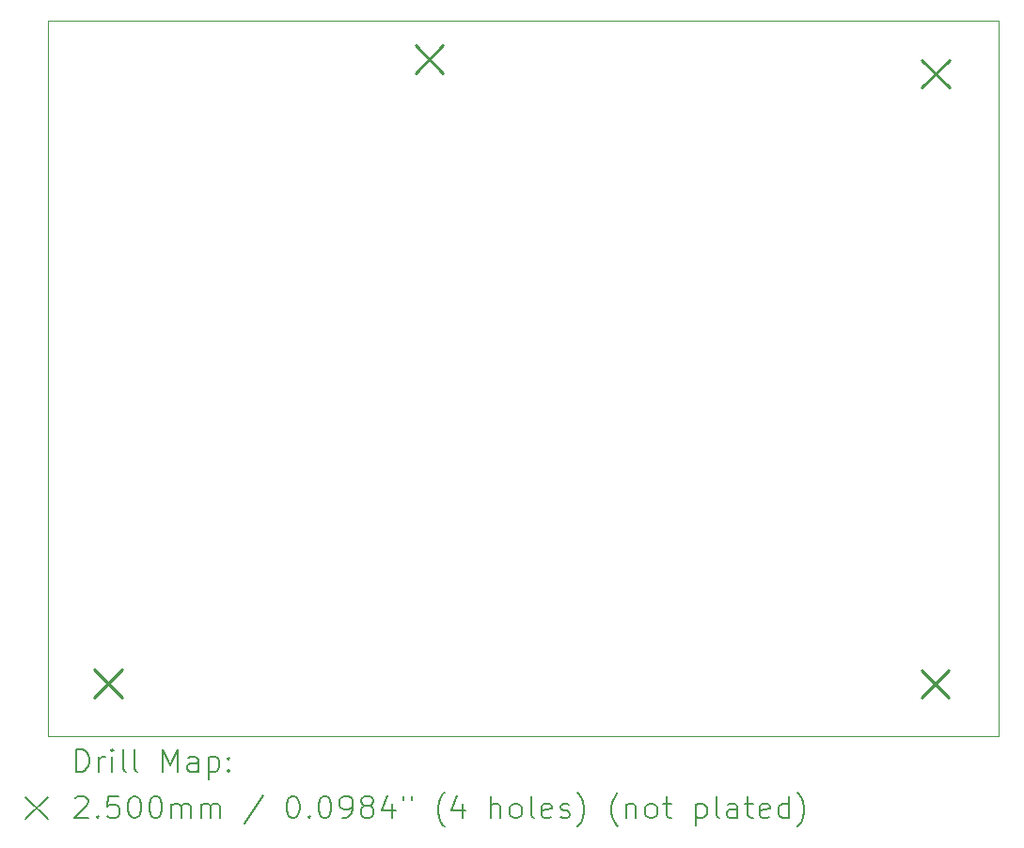
<source format=gbr>
%FSLAX45Y45*%
G04 Gerber Fmt 4.5, Leading zero omitted, Abs format (unit mm)*
G04 Created by KiCad (PCBNEW (6.0.1)) date 2022-04-24 16:27:48*
%MOMM*%
%LPD*%
G01*
G04 APERTURE LIST*
%TA.AperFunction,Profile*%
%ADD10C,0.100000*%
%TD*%
%ADD11C,0.200000*%
%ADD12C,0.250000*%
G04 APERTURE END LIST*
D10*
X9650000Y-6700000D02*
X18210000Y-6700000D01*
X18210000Y-6700000D02*
X18210000Y-13150000D01*
X18210000Y-13150000D02*
X9650000Y-13150000D01*
X9650000Y-13150000D02*
X9650000Y-6700000D01*
D11*
D12*
X10065000Y-12545000D02*
X10315000Y-12795000D01*
X10315000Y-12545000D02*
X10065000Y-12795000D01*
X12955000Y-6925000D02*
X13205000Y-7175000D01*
X13205000Y-6925000D02*
X12955000Y-7175000D01*
X17510000Y-12550000D02*
X17760000Y-12800000D01*
X17760000Y-12550000D02*
X17510000Y-12800000D01*
X17515000Y-7055000D02*
X17765000Y-7305000D01*
X17765000Y-7055000D02*
X17515000Y-7305000D01*
D11*
X9902619Y-13465476D02*
X9902619Y-13265476D01*
X9950238Y-13265476D01*
X9978810Y-13275000D01*
X9997857Y-13294048D01*
X10007381Y-13313095D01*
X10016905Y-13351190D01*
X10016905Y-13379762D01*
X10007381Y-13417857D01*
X9997857Y-13436905D01*
X9978810Y-13455952D01*
X9950238Y-13465476D01*
X9902619Y-13465476D01*
X10102619Y-13465476D02*
X10102619Y-13332143D01*
X10102619Y-13370238D02*
X10112143Y-13351190D01*
X10121667Y-13341667D01*
X10140714Y-13332143D01*
X10159762Y-13332143D01*
X10226429Y-13465476D02*
X10226429Y-13332143D01*
X10226429Y-13265476D02*
X10216905Y-13275000D01*
X10226429Y-13284524D01*
X10235952Y-13275000D01*
X10226429Y-13265476D01*
X10226429Y-13284524D01*
X10350238Y-13465476D02*
X10331190Y-13455952D01*
X10321667Y-13436905D01*
X10321667Y-13265476D01*
X10455000Y-13465476D02*
X10435952Y-13455952D01*
X10426429Y-13436905D01*
X10426429Y-13265476D01*
X10683571Y-13465476D02*
X10683571Y-13265476D01*
X10750238Y-13408333D01*
X10816905Y-13265476D01*
X10816905Y-13465476D01*
X10997857Y-13465476D02*
X10997857Y-13360714D01*
X10988333Y-13341667D01*
X10969286Y-13332143D01*
X10931190Y-13332143D01*
X10912143Y-13341667D01*
X10997857Y-13455952D02*
X10978810Y-13465476D01*
X10931190Y-13465476D01*
X10912143Y-13455952D01*
X10902619Y-13436905D01*
X10902619Y-13417857D01*
X10912143Y-13398809D01*
X10931190Y-13389286D01*
X10978810Y-13389286D01*
X10997857Y-13379762D01*
X11093095Y-13332143D02*
X11093095Y-13532143D01*
X11093095Y-13341667D02*
X11112143Y-13332143D01*
X11150238Y-13332143D01*
X11169286Y-13341667D01*
X11178810Y-13351190D01*
X11188333Y-13370238D01*
X11188333Y-13427381D01*
X11178810Y-13446428D01*
X11169286Y-13455952D01*
X11150238Y-13465476D01*
X11112143Y-13465476D01*
X11093095Y-13455952D01*
X11274048Y-13446428D02*
X11283571Y-13455952D01*
X11274048Y-13465476D01*
X11264524Y-13455952D01*
X11274048Y-13446428D01*
X11274048Y-13465476D01*
X11274048Y-13341667D02*
X11283571Y-13351190D01*
X11274048Y-13360714D01*
X11264524Y-13351190D01*
X11274048Y-13341667D01*
X11274048Y-13360714D01*
X9445000Y-13695000D02*
X9645000Y-13895000D01*
X9645000Y-13695000D02*
X9445000Y-13895000D01*
X9893095Y-13704524D02*
X9902619Y-13695000D01*
X9921667Y-13685476D01*
X9969286Y-13685476D01*
X9988333Y-13695000D01*
X9997857Y-13704524D01*
X10007381Y-13723571D01*
X10007381Y-13742619D01*
X9997857Y-13771190D01*
X9883571Y-13885476D01*
X10007381Y-13885476D01*
X10093095Y-13866428D02*
X10102619Y-13875952D01*
X10093095Y-13885476D01*
X10083571Y-13875952D01*
X10093095Y-13866428D01*
X10093095Y-13885476D01*
X10283571Y-13685476D02*
X10188333Y-13685476D01*
X10178810Y-13780714D01*
X10188333Y-13771190D01*
X10207381Y-13761667D01*
X10255000Y-13761667D01*
X10274048Y-13771190D01*
X10283571Y-13780714D01*
X10293095Y-13799762D01*
X10293095Y-13847381D01*
X10283571Y-13866428D01*
X10274048Y-13875952D01*
X10255000Y-13885476D01*
X10207381Y-13885476D01*
X10188333Y-13875952D01*
X10178810Y-13866428D01*
X10416905Y-13685476D02*
X10435952Y-13685476D01*
X10455000Y-13695000D01*
X10464524Y-13704524D01*
X10474048Y-13723571D01*
X10483571Y-13761667D01*
X10483571Y-13809286D01*
X10474048Y-13847381D01*
X10464524Y-13866428D01*
X10455000Y-13875952D01*
X10435952Y-13885476D01*
X10416905Y-13885476D01*
X10397857Y-13875952D01*
X10388333Y-13866428D01*
X10378810Y-13847381D01*
X10369286Y-13809286D01*
X10369286Y-13761667D01*
X10378810Y-13723571D01*
X10388333Y-13704524D01*
X10397857Y-13695000D01*
X10416905Y-13685476D01*
X10607381Y-13685476D02*
X10626429Y-13685476D01*
X10645476Y-13695000D01*
X10655000Y-13704524D01*
X10664524Y-13723571D01*
X10674048Y-13761667D01*
X10674048Y-13809286D01*
X10664524Y-13847381D01*
X10655000Y-13866428D01*
X10645476Y-13875952D01*
X10626429Y-13885476D01*
X10607381Y-13885476D01*
X10588333Y-13875952D01*
X10578810Y-13866428D01*
X10569286Y-13847381D01*
X10559762Y-13809286D01*
X10559762Y-13761667D01*
X10569286Y-13723571D01*
X10578810Y-13704524D01*
X10588333Y-13695000D01*
X10607381Y-13685476D01*
X10759762Y-13885476D02*
X10759762Y-13752143D01*
X10759762Y-13771190D02*
X10769286Y-13761667D01*
X10788333Y-13752143D01*
X10816905Y-13752143D01*
X10835952Y-13761667D01*
X10845476Y-13780714D01*
X10845476Y-13885476D01*
X10845476Y-13780714D02*
X10855000Y-13761667D01*
X10874048Y-13752143D01*
X10902619Y-13752143D01*
X10921667Y-13761667D01*
X10931190Y-13780714D01*
X10931190Y-13885476D01*
X11026429Y-13885476D02*
X11026429Y-13752143D01*
X11026429Y-13771190D02*
X11035952Y-13761667D01*
X11055000Y-13752143D01*
X11083571Y-13752143D01*
X11102619Y-13761667D01*
X11112143Y-13780714D01*
X11112143Y-13885476D01*
X11112143Y-13780714D02*
X11121667Y-13761667D01*
X11140714Y-13752143D01*
X11169286Y-13752143D01*
X11188333Y-13761667D01*
X11197857Y-13780714D01*
X11197857Y-13885476D01*
X11588333Y-13675952D02*
X11416905Y-13933095D01*
X11845476Y-13685476D02*
X11864524Y-13685476D01*
X11883571Y-13695000D01*
X11893095Y-13704524D01*
X11902619Y-13723571D01*
X11912143Y-13761667D01*
X11912143Y-13809286D01*
X11902619Y-13847381D01*
X11893095Y-13866428D01*
X11883571Y-13875952D01*
X11864524Y-13885476D01*
X11845476Y-13885476D01*
X11826428Y-13875952D01*
X11816905Y-13866428D01*
X11807381Y-13847381D01*
X11797857Y-13809286D01*
X11797857Y-13761667D01*
X11807381Y-13723571D01*
X11816905Y-13704524D01*
X11826428Y-13695000D01*
X11845476Y-13685476D01*
X11997857Y-13866428D02*
X12007381Y-13875952D01*
X11997857Y-13885476D01*
X11988333Y-13875952D01*
X11997857Y-13866428D01*
X11997857Y-13885476D01*
X12131190Y-13685476D02*
X12150238Y-13685476D01*
X12169286Y-13695000D01*
X12178809Y-13704524D01*
X12188333Y-13723571D01*
X12197857Y-13761667D01*
X12197857Y-13809286D01*
X12188333Y-13847381D01*
X12178809Y-13866428D01*
X12169286Y-13875952D01*
X12150238Y-13885476D01*
X12131190Y-13885476D01*
X12112143Y-13875952D01*
X12102619Y-13866428D01*
X12093095Y-13847381D01*
X12083571Y-13809286D01*
X12083571Y-13761667D01*
X12093095Y-13723571D01*
X12102619Y-13704524D01*
X12112143Y-13695000D01*
X12131190Y-13685476D01*
X12293095Y-13885476D02*
X12331190Y-13885476D01*
X12350238Y-13875952D01*
X12359762Y-13866428D01*
X12378809Y-13837857D01*
X12388333Y-13799762D01*
X12388333Y-13723571D01*
X12378809Y-13704524D01*
X12369286Y-13695000D01*
X12350238Y-13685476D01*
X12312143Y-13685476D01*
X12293095Y-13695000D01*
X12283571Y-13704524D01*
X12274048Y-13723571D01*
X12274048Y-13771190D01*
X12283571Y-13790238D01*
X12293095Y-13799762D01*
X12312143Y-13809286D01*
X12350238Y-13809286D01*
X12369286Y-13799762D01*
X12378809Y-13790238D01*
X12388333Y-13771190D01*
X12502619Y-13771190D02*
X12483571Y-13761667D01*
X12474048Y-13752143D01*
X12464524Y-13733095D01*
X12464524Y-13723571D01*
X12474048Y-13704524D01*
X12483571Y-13695000D01*
X12502619Y-13685476D01*
X12540714Y-13685476D01*
X12559762Y-13695000D01*
X12569286Y-13704524D01*
X12578809Y-13723571D01*
X12578809Y-13733095D01*
X12569286Y-13752143D01*
X12559762Y-13761667D01*
X12540714Y-13771190D01*
X12502619Y-13771190D01*
X12483571Y-13780714D01*
X12474048Y-13790238D01*
X12464524Y-13809286D01*
X12464524Y-13847381D01*
X12474048Y-13866428D01*
X12483571Y-13875952D01*
X12502619Y-13885476D01*
X12540714Y-13885476D01*
X12559762Y-13875952D01*
X12569286Y-13866428D01*
X12578809Y-13847381D01*
X12578809Y-13809286D01*
X12569286Y-13790238D01*
X12559762Y-13780714D01*
X12540714Y-13771190D01*
X12750238Y-13752143D02*
X12750238Y-13885476D01*
X12702619Y-13675952D02*
X12655000Y-13818809D01*
X12778809Y-13818809D01*
X12845476Y-13685476D02*
X12845476Y-13723571D01*
X12921667Y-13685476D02*
X12921667Y-13723571D01*
X13216905Y-13961667D02*
X13207381Y-13952143D01*
X13188333Y-13923571D01*
X13178809Y-13904524D01*
X13169286Y-13875952D01*
X13159762Y-13828333D01*
X13159762Y-13790238D01*
X13169286Y-13742619D01*
X13178809Y-13714048D01*
X13188333Y-13695000D01*
X13207381Y-13666428D01*
X13216905Y-13656905D01*
X13378809Y-13752143D02*
X13378809Y-13885476D01*
X13331190Y-13675952D02*
X13283571Y-13818809D01*
X13407381Y-13818809D01*
X13635952Y-13885476D02*
X13635952Y-13685476D01*
X13721667Y-13885476D02*
X13721667Y-13780714D01*
X13712143Y-13761667D01*
X13693095Y-13752143D01*
X13664524Y-13752143D01*
X13645476Y-13761667D01*
X13635952Y-13771190D01*
X13845476Y-13885476D02*
X13826428Y-13875952D01*
X13816905Y-13866428D01*
X13807381Y-13847381D01*
X13807381Y-13790238D01*
X13816905Y-13771190D01*
X13826428Y-13761667D01*
X13845476Y-13752143D01*
X13874048Y-13752143D01*
X13893095Y-13761667D01*
X13902619Y-13771190D01*
X13912143Y-13790238D01*
X13912143Y-13847381D01*
X13902619Y-13866428D01*
X13893095Y-13875952D01*
X13874048Y-13885476D01*
X13845476Y-13885476D01*
X14026428Y-13885476D02*
X14007381Y-13875952D01*
X13997857Y-13856905D01*
X13997857Y-13685476D01*
X14178809Y-13875952D02*
X14159762Y-13885476D01*
X14121667Y-13885476D01*
X14102619Y-13875952D01*
X14093095Y-13856905D01*
X14093095Y-13780714D01*
X14102619Y-13761667D01*
X14121667Y-13752143D01*
X14159762Y-13752143D01*
X14178809Y-13761667D01*
X14188333Y-13780714D01*
X14188333Y-13799762D01*
X14093095Y-13818809D01*
X14264524Y-13875952D02*
X14283571Y-13885476D01*
X14321667Y-13885476D01*
X14340714Y-13875952D01*
X14350238Y-13856905D01*
X14350238Y-13847381D01*
X14340714Y-13828333D01*
X14321667Y-13818809D01*
X14293095Y-13818809D01*
X14274048Y-13809286D01*
X14264524Y-13790238D01*
X14264524Y-13780714D01*
X14274048Y-13761667D01*
X14293095Y-13752143D01*
X14321667Y-13752143D01*
X14340714Y-13761667D01*
X14416905Y-13961667D02*
X14426428Y-13952143D01*
X14445476Y-13923571D01*
X14455000Y-13904524D01*
X14464524Y-13875952D01*
X14474048Y-13828333D01*
X14474048Y-13790238D01*
X14464524Y-13742619D01*
X14455000Y-13714048D01*
X14445476Y-13695000D01*
X14426428Y-13666428D01*
X14416905Y-13656905D01*
X14778809Y-13961667D02*
X14769286Y-13952143D01*
X14750238Y-13923571D01*
X14740714Y-13904524D01*
X14731190Y-13875952D01*
X14721667Y-13828333D01*
X14721667Y-13790238D01*
X14731190Y-13742619D01*
X14740714Y-13714048D01*
X14750238Y-13695000D01*
X14769286Y-13666428D01*
X14778809Y-13656905D01*
X14855000Y-13752143D02*
X14855000Y-13885476D01*
X14855000Y-13771190D02*
X14864524Y-13761667D01*
X14883571Y-13752143D01*
X14912143Y-13752143D01*
X14931190Y-13761667D01*
X14940714Y-13780714D01*
X14940714Y-13885476D01*
X15064524Y-13885476D02*
X15045476Y-13875952D01*
X15035952Y-13866428D01*
X15026428Y-13847381D01*
X15026428Y-13790238D01*
X15035952Y-13771190D01*
X15045476Y-13761667D01*
X15064524Y-13752143D01*
X15093095Y-13752143D01*
X15112143Y-13761667D01*
X15121667Y-13771190D01*
X15131190Y-13790238D01*
X15131190Y-13847381D01*
X15121667Y-13866428D01*
X15112143Y-13875952D01*
X15093095Y-13885476D01*
X15064524Y-13885476D01*
X15188333Y-13752143D02*
X15264524Y-13752143D01*
X15216905Y-13685476D02*
X15216905Y-13856905D01*
X15226428Y-13875952D01*
X15245476Y-13885476D01*
X15264524Y-13885476D01*
X15483571Y-13752143D02*
X15483571Y-13952143D01*
X15483571Y-13761667D02*
X15502619Y-13752143D01*
X15540714Y-13752143D01*
X15559762Y-13761667D01*
X15569286Y-13771190D01*
X15578809Y-13790238D01*
X15578809Y-13847381D01*
X15569286Y-13866428D01*
X15559762Y-13875952D01*
X15540714Y-13885476D01*
X15502619Y-13885476D01*
X15483571Y-13875952D01*
X15693095Y-13885476D02*
X15674048Y-13875952D01*
X15664524Y-13856905D01*
X15664524Y-13685476D01*
X15855000Y-13885476D02*
X15855000Y-13780714D01*
X15845476Y-13761667D01*
X15826428Y-13752143D01*
X15788333Y-13752143D01*
X15769286Y-13761667D01*
X15855000Y-13875952D02*
X15835952Y-13885476D01*
X15788333Y-13885476D01*
X15769286Y-13875952D01*
X15759762Y-13856905D01*
X15759762Y-13837857D01*
X15769286Y-13818809D01*
X15788333Y-13809286D01*
X15835952Y-13809286D01*
X15855000Y-13799762D01*
X15921667Y-13752143D02*
X15997857Y-13752143D01*
X15950238Y-13685476D02*
X15950238Y-13856905D01*
X15959762Y-13875952D01*
X15978809Y-13885476D01*
X15997857Y-13885476D01*
X16140714Y-13875952D02*
X16121667Y-13885476D01*
X16083571Y-13885476D01*
X16064524Y-13875952D01*
X16055000Y-13856905D01*
X16055000Y-13780714D01*
X16064524Y-13761667D01*
X16083571Y-13752143D01*
X16121667Y-13752143D01*
X16140714Y-13761667D01*
X16150238Y-13780714D01*
X16150238Y-13799762D01*
X16055000Y-13818809D01*
X16321667Y-13885476D02*
X16321667Y-13685476D01*
X16321667Y-13875952D02*
X16302619Y-13885476D01*
X16264524Y-13885476D01*
X16245476Y-13875952D01*
X16235952Y-13866428D01*
X16226428Y-13847381D01*
X16226428Y-13790238D01*
X16235952Y-13771190D01*
X16245476Y-13761667D01*
X16264524Y-13752143D01*
X16302619Y-13752143D01*
X16321667Y-13761667D01*
X16397857Y-13961667D02*
X16407381Y-13952143D01*
X16426428Y-13923571D01*
X16435952Y-13904524D01*
X16445476Y-13875952D01*
X16455000Y-13828333D01*
X16455000Y-13790238D01*
X16445476Y-13742619D01*
X16435952Y-13714048D01*
X16426428Y-13695000D01*
X16407381Y-13666428D01*
X16397857Y-13656905D01*
M02*

</source>
